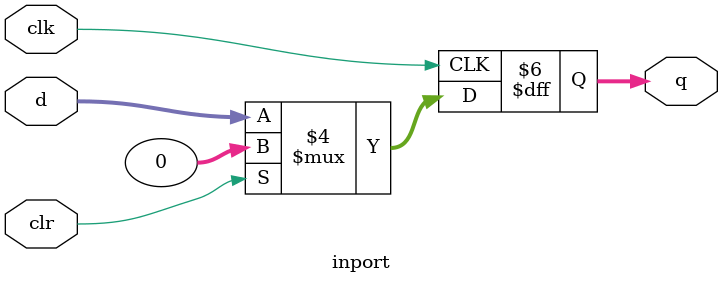
<source format=v>
module outport(
    input wire clk,         // clock signal
    input wire clr,         // clear signal
    input wire enable,      // write/enable signal
    input wire [31:0] d,    // 32-bit input from bus
    output reg [31:0] q     // 32-bit output to output unit
);

	// Initialize output to 0
	initial q = 0;

	// Register behavior
	always @ (posedge clk) begin
		if (clr)
			q <= 0;
		else if (enable)
			q <= d;
	end

endmodule

module inport(
    input wire clk,         // clock signal
    input wire clr,         // clear signal
    input wire [31:0] d,    // 32-bit input from input device
    output reg [31:0] q     // 32-bit output to bus
);

	// Initialize output to 0
	initial q = 0;

	// Register behavior
	always @ (posedge clk) begin
		if (clr)
			q <= 0;
		else 
			q <= d;
	end

endmodule
</source>
